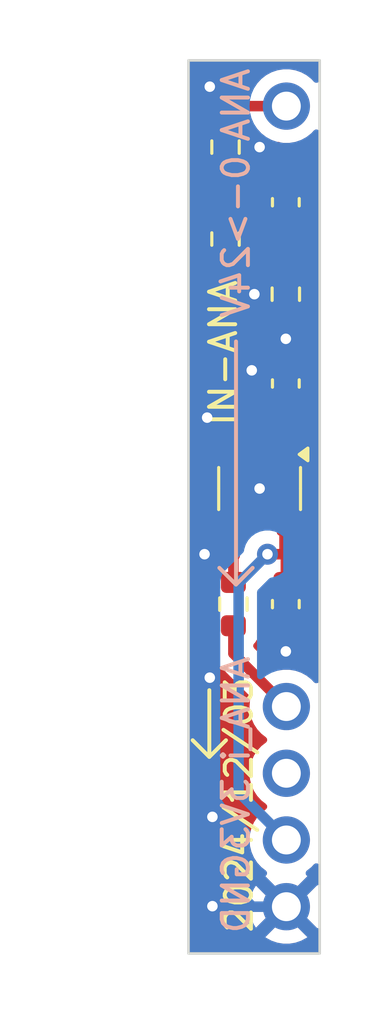
<source format=kicad_pcb>
(kicad_pcb (version 20240108) (generator "pcbnew") (generator_version "8.0")
  (layers (0 "F.Cu" signal) (31 "B.Cu" signal) (34 "B.Paste" user) (35 "F.Paste" user) (36 "B.SilkS" user "B.Silkscreen") (37 "F.SilkS" user "F.Silkscreen") (38 "B.Mask" user) (39 "F.Mask" user) (44 "Edge.Cuts" user))
  (net 0 "")
  (net 1 "/GND")
  (net 2 "/3V3")
  (net 3 "Net-(C1-Pad1)")
  (net 4 "Net-(U1-+)")
  (net 5 "Net-(U1--)")
  (net 7 "/ANA")
  (net 8 "/ANA_i")
  (footprint "Capacitor_SMD:C_0603_1608Metric" (layer "F.Cu") (at 248.9 76.6 90)
    (property "Reference" "C5" (hide yes))
    (property "Value" "1nF 50V X7R")
    (fp_line (start -0.14058 -0.51) (end 0.14058 -0.51) (stroke (width 0.12)) (layer "F.SilkS"))
    (fp_line (start -0.14058 0.51) (end 0.14058 0.51) (stroke (width 0.12)) (layer "F.SilkS"))
    (pad "1" smd roundrect (at -0.775 0 90) (size 0.9 0.95) (layers "F.Cu" "F.Paste" "F.Mask") (net 4 "Net-(U1-+)"))
    (pad "2" smd roundrect (at 0.775 0 90) (size 0.9 0.95) (layers "F.Cu" "F.Paste" "F.Mask") (net 1 "/GND"))
  )
  (footprint "Capacitor_SMD:C_0603_1608Metric" (layer "F.Cu") (at 248.9 85 -90)
    (property "Reference" "C9" (hide yes))
    (property "Value" "100nF 50V X7R")
    (fp_line (start -0.14058 0.51) (end 0.14058 0.51) (stroke (width 0.12)) (layer "F.SilkS"))
    (fp_line (start -0.14058 -0.51) (end 0.14058 -0.51) (stroke (width 0.12)) (layer "F.SilkS"))
    (pad "1" smd roundrect (at -0.775 0 270) (size 0.9 0.95) (layers "F.Cu" "F.Paste" "F.Mask") (net 2 "/3V3"))
    (pad "2" smd roundrect (at 0.775 0 270) (size 0.9 0.95) (layers "F.Cu" "F.Paste" "F.Mask") (net 1 "/GND"))
  )
  (footprint "Resistor_SMD:R_0603_1608Metric" (layer "F.Cu") (at 246.9 85 -90)
    (property "Reference" "R13" (hide yes))
    (property "Value" "1k")
    (fp_line (start -0.237258 0.5225) (end 0.237258 0.5225) (stroke (width 0.12)) (layer "F.SilkS"))
    (fp_line (start -0.237258 -0.5225) (end 0.237258 -0.5225) (stroke (width 0.12)) (layer "F.SilkS"))
    (pad "1" smd roundrect (at -0.825 0 270) (size 0.8 0.95) (layers "F.Cu" "F.Paste" "F.Mask") (net 5 "Net-(U1--)"))
    (pad "2" smd roundrect (at 0.825 0 270) (size 0.8 0.95) (layers "F.Cu" "F.Paste" "F.Mask") (net 8 "/ANA_i"))
  )
  (footprint "Chimere_comps:Pastille" (layer "F.Cu") (at 248.92 88.9)
    (property "Reference" "TP2" (hide yes))
    (property "Value" "TestPoint" (hide yes))
    (pad "1" thru_hole circle (at 0 0) (size 1.8 1.8) (drill 1.1) (layers "*.Cu" "*.Mask") (net 8 "/ANA_i"))
  )
  (footprint "Resistor_SMD:R_0603_1608Metric" (layer "F.Cu") (at 246.6 71.1 -90)
    (property "Reference" "R9" (hide yes))
    (property "Value" "1k")
    (fp_line (start -0.237258 0.5225) (end 0.237258 0.5225) (stroke (width 0.12)) (layer "F.SilkS"))
    (fp_line (start -0.237258 -0.5225) (end 0.237258 -0.5225) (stroke (width 0.12)) (layer "F.SilkS"))
    (pad "1" smd roundrect (at -0.825 0 270) (size 0.8 0.95) (layers "F.Cu" "F.Paste" "F.Mask") (net 3 "Net-(C1-Pad1)"))
    (pad "2" smd roundrect (at 0.825 0 270) (size 0.8 0.95) (layers "F.Cu" "F.Paste" "F.Mask") (net 4 "Net-(U1-+)"))
  )
  (footprint "Chimere_comps:Pastille" (layer "F.Cu") (at 248.92 66.04)
    (property "Reference" "TP1" (hide yes))
    (property "Value" "TestPoint" (hide yes))
    (pad "1" thru_hole circle (at 0 0) (size 1.8 1.8) (drill 1.1) (layers "*.Cu" "*.Mask") (net 7 "/ANA"))
  )
  (footprint "Resistor_SMD:R_0603_1608Metric" (layer "F.Cu") (at 248.9 73.2 90)
    (property "Reference" "R2" (hide yes))
    (property "Value" "1k5")
    (fp_line (start -0.237258 -0.5225) (end 0.237258 -0.5225) (stroke (width 0.12)) (layer "F.SilkS"))
    (fp_line (start -0.237258 0.5225) (end 0.237258 0.5225) (stroke (width 0.12)) (layer "F.SilkS"))
    (pad "1" smd roundrect (at -0.825 0 90) (size 0.8 0.95) (layers "F.Cu" "F.Paste" "F.Mask") (net 1 "/GND"))
    (pad "2" smd roundrect (at 0.825 0 90) (size 0.8 0.95) (layers "F.Cu" "F.Paste" "F.Mask") (net 3 "Net-(C1-Pad1)"))
  )
  (footprint "Package_TO_SOT_SMD:SOT-23-5" (layer "F.Cu") (at 247.9 80.6 -90)
    (property "Reference" "U1" (hide yes))
    (property "Value" "LMV321")
    (fp_line (start 0 1.56) (end -0.8 1.56) (stroke (width 0.12)) (layer "F.SilkS"))
    (fp_line (start 0 1.56) (end 0.8 1.56) (stroke (width 0.12)) (layer "F.SilkS"))
    (fp_line (start 0 -1.56) (end -0.8 -1.56) (stroke (width 0.12)) (layer "F.SilkS"))
    (fp_line (start 0 -1.56) (end 0.8 -1.56) (stroke (width 0.12)) (layer "F.SilkS"))
    (fp_poly (pts (xy -1.3 -1.51) (xy -1.54 -1.84) (xy -1.06 -1.84) (xy -1.3 -1.51)) (stroke (width 0.12)) (fill solid) (layer "F.SilkS"))
    (pad "1" smd roundrect (at -1.1375 -0.95 270) (size 1.325 0.6) (layers "F.Cu" "F.Paste" "F.Mask") (net 4 "Net-(U1-+)"))
    (pad "2" smd roundrect (at -1.1375 0 270) (size 1.325 0.6) (layers "F.Cu" "F.Paste" "F.Mask") (net 1 "/GND"))
    (pad "3" smd roundrect (at -1.1375 0.95 270) (size 1.325 0.6) (layers "F.Cu" "F.Paste" "F.Mask") (net 5 "Net-(U1--)"))
    (pad "4" smd roundrect (at 1.1375 0.95 270) (size 1.325 0.6) (layers "F.Cu" "F.Paste" "F.Mask") (net 5 "Net-(U1--)"))
    (pad "5" smd roundrect (at 1.1375 -0.95 270) (size 1.325 0.6) (layers "F.Cu" "F.Paste" "F.Mask") (net 2 "/3V3"))
  )
  (footprint "Capacitor_SMD:C_0603_1608Metric" (layer "F.Cu") (at 248.9 69.7 90)
    (property "Reference" "C1" (hide yes))
    (property "Value" "100nF 50V X7R")
    (fp_line (start -0.14058 -0.51) (end 0.14058 -0.51) (stroke (width 0.12)) (layer "F.SilkS"))
    (fp_line (start -0.14058 0.51) (end 0.14058 0.51) (stroke (width 0.12)) (layer "F.SilkS"))
    (pad "1" smd roundrect (at -0.775 0 90) (size 0.9 0.95) (layers "F.Cu" "F.Paste" "F.Mask") (net 3 "Net-(C1-Pad1)"))
    (pad "2" smd roundrect (at 0.775 0 90) (size 0.9 0.95) (layers "F.Cu" "F.Paste" "F.Mask") (net 1 "/GND"))
  )
  (footprint "Resistor_SMD:R_0603_1608Metric" (layer "F.Cu") (at 246.6 67.6 90)
    (property "Reference" "R1" (hide yes))
    (property "Value" "10k")
    (fp_line (start -0.237258 -0.5225) (end 0.237258 -0.5225) (stroke (width 0.12)) (layer "F.SilkS"))
    (fp_line (start -0.237258 0.5225) (end 0.237258 0.5225) (stroke (width 0.12)) (layer "F.SilkS"))
    (pad "1" smd roundrect (at -0.825 0 90) (size 0.8 0.95) (layers "F.Cu" "F.Paste" "F.Mask") (net 3 "Net-(C1-Pad1)"))
    (pad "2" smd roundrect (at 0.825 0 90) (size 0.8 0.95) (layers "F.Cu" "F.Paste" "F.Mask") (net 7 "/ANA"))
  )
  (footprint "Chimere_comps:Pastille" (layer "F.Cu") (at 248.92 91.44)
    (property "Reference" "TP5" (hide yes))
    (property "Value" "TestPoint" (hide yes))
    (pad "1" thru_hole circle (at 0 0) (size 1.8 1.8) (drill 1.1) (layers "*.Cu" "*.Mask"))
  )
  (footprint "Chimere_comps:Pastille" (layer "F.Cu") (at 248.92 93.98)
    (property "Reference" "TP3" (hide yes))
    (property "Value" "TestPoint" (hide yes))
    (pad "1" thru_hole circle (at 0 0) (size 1.8 1.8) (drill 1.1) (layers "*.Cu" "*.Mask") (net 2 "/3V3"))
  )
  (footprint "Chimere_comps:Pastille" (layer "F.Cu") (at 248.92 96.52)
    (property "Reference" "TP4" (hide yes))
    (property "Value" "TestPoint" (hide yes))
    (pad "1" thru_hole circle (at 0 0) (size 1.8 1.8) (drill 1.1) (layers "*.Cu" "*.Mask") (net 1 "/GND"))
  )
  (gr_line (start 247 75) (end 247 84.255) (stroke (width 0.15)) (layer "B.SilkS"))
  (gr_line (start 247.635 83.62) (end 247 84.255) (stroke (width 0.15)) (layer "B.SilkS"))
  (gr_line (start 246.365 83.62) (end 247 84.255) (stroke (width 0.15)) (layer "B.SilkS"))
  (gr_line (start 245.9825 88.2775) (end 245.9825 90.8175) (stroke (width 0.15)) (layer "F.SilkS"))
  (gr_line (start 245.9825 90.8175) (end 246.6175 90.1825) (stroke (width 0.15)) (layer "F.SilkS"))
  (gr_line (start 245.3475 90.1825) (end 245.9825 90.8175) (stroke (width 0.15)) (layer "F.SilkS"))
  (gr_line (start 250.19 64.3) (end 245.19 64.3) (stroke (width 0.1)) (layer "Edge.Cuts"))
  (gr_line (start 250.19 98.3) (end 250.19 64.3) (stroke (width 0.1)) (layer "Edge.Cuts"))
  (gr_line (start 250.19 98.3) (end 245.19 98.3) (stroke (width 0.1)) (layer "Edge.Cuts"))
  (gr_line (start 245.19 98.3) (end 245.19 64.3) (stroke (width 0.1)) (layer "Edge.Cuts"))
  (gr_text "ANA" (at 247 66 90) (layer "B.SilkS") (effects (font (size 1 1)) (justify mirror)))
  (gr_text "ANA_i" (at 247 89 90) (layer "B.SilkS") (effects (font (size 1 1)) (justify mirror)))
  (gr_text "GND" (at 247 96 90) (layer "B.SilkS") (effects (font (size 1 1)) (justify mirror)))
  (gr_text "3V3" (at 247 93 90) (layer "B.SilkS") (effects (font (size 1 1)) (justify mirror)))
  (gr_text "0->24V" (at 247 71 90) (layer "B.SilkS") (effects (font (size 1 1)) (justify mirror)))
  (gr_text "2024/12/03" (at 247.7 97.6 90) (layer "F.SilkS") (effects (font (size 1 1)) (justify left bottom)))
  (gr_text "IN-ANA" (at 247.1 78.3 90) (layer "F.SilkS") (effects (font (size 1 1)) (justify left bottom)))
  (segment (start 248.9 75.825) (end 248.9 74.025) (width 0.4) (layer "F.Cu") (net 1))
  (segment (start 248.9 86.8) (end 248.9 85.775) (width 0.4) (layer "F.Cu") (net 1))
  (segment (start 248.9 67.9) (end 248.9 68.925) (width 0.4) (layer "F.Cu") (net 1))
  (segment (start 248.6 67.6) (end 248.9 67.9) (width 0.4) (layer "F.Cu") (net 1))
  (segment (start 247.9 67.6) (end 248.6 67.6) (width 0.4) (layer "F.Cu") (net 1))
  (segment (start 247.9 79.4625) (end 247.9 80.6) (width 0.4) (layer "F.Cu") (net 1))
  (via (at 246 65.3) (size 0.8) (drill 0.4) (layers "F.Cu" "B.Cu") (net 1))
  (via (at 247.7 73.2) (size 0.8) (drill 0.4) (layers "F.Cu" "B.Cu") (net 1))
  (via (at 248.9 74.9) (size 0.8) (drill 0.4) (layers "F.Cu" "B.Cu") (net 1))
  (via (at 246.1 93.1) (size 0.8) (drill 0.4) (layers "F.Cu" "B.Cu") (net 1))
  (via (at 246.1 96.5) (size 0.8) (drill 0.4) (layers "F.Cu" "B.Cu") (net 1))
  (via (at 246 87.8) (size 0.8) (drill 0.4) (layers "F.Cu" "B.Cu") (net 1))
  (via (at 245.8 83.1) (size 0.8) (drill 0.4) (layers "F.Cu" "B.Cu") (net 1))
  (via (at 245.9 77.9) (size 0.8) (drill 0.4) (layers "F.Cu" "B.Cu") (net 1))
  (via (at 247.9 80.6) (size 0.8) (drill 0.4) (layers "F.Cu" "B.Cu") (net 1))
  (via (at 247.9 67.6) (size 0.8) (drill 0.4) (layers "F.Cu" "B.Cu") (net 1))
  (via (at 248.9 86.8) (size 0.8) (drill 0.4) (layers "F.Cu" "B.Cu") (net 1))
  (via (at 247.6 76.1) (size 0.8) (drill 0.4) (layers "F.Cu" "B.Cu") (net 1))
  (segment (start 247.9 75.9) (end 248.9 74.9) (width 0.4) (layer "B.Cu") (net 1))
  (segment (start 247.9 80.6) (end 246.8 80.6) (width 0.4) (layer "B.Cu") (net 1))
  (segment (start 246.8 80.6) (end 245.8 81.6) (width 0.4) (layer "B.Cu") (net 1))
  (segment (start 249 86.7) (end 248.9 86.8) (width 0.4) (layer "B.Cu") (net 1))
  (segment (start 247.9 80.6) (end 249 81.7) (width 0.4) (layer "B.Cu") (net 1))
  (segment (start 249 81.7) (end 249 86.7) (width 0.4) (layer "B.Cu") (net 1))
  (segment (start 247.9 67.6) (end 247.9 73.9) (width 0.4) (layer "B.Cu") (net 1))
  (segment (start 247.9 73.9) (end 248.9 74.9) (width 0.4) (layer "B.Cu") (net 1))
  (segment (start 245.8 81.6) (end 245.8 94.7) (width 0.4) (layer "B.Cu") (net 1))
  (segment (start 247.62 96.52) (end 248.92 96.52) (width 0.4) (layer "B.Cu") (net 1))
  (segment (start 247.9 80.6) (end 247.9 75.9) (width 0.4) (layer "B.Cu") (net 1))
  (segment (start 245.8 94.7) (end 247.62 96.52) (width 0.4) (layer "B.Cu") (net 1))
  (segment (start 248.85 83.05) (end 248.9 83.1) (width 0.4) (layer "F.Cu") (net 2))
  (segment (start 248.9 84.225) (end 248.9 83.1) (width 0.4) (layer "F.Cu") (net 2))
  (segment (start 248.2 83.1) (end 248.9 83.1) (width 0.4) (layer "F.Cu") (net 2))
  (segment (start 248.85 81.7375) (end 248.85 83.05) (width 0.4) (layer "F.Cu") (net 2))
  (via (at 248.2 83.1) (size 0.8) (drill 0.4) (layers "F.Cu" "B.Cu") (net 2))
  (segment (start 247.1 92.16) (end 247.1 84.2) (width 0.4) (layer "B.Cu") (net 2))
  (segment (start 247.1 84.2) (end 248.2 83.1) (width 0.4) (layer "B.Cu") (net 2))
  (segment (start 248.92 93.98) (end 247.1 92.16) (width 0.4) (layer "B.Cu") (net 2))
  (segment (start 246.6 69.3) (end 246.6 68.425) (width 0.4) (layer "F.Cu") (net 3))
  (segment (start 248 71.4) (end 247.8 71.2) (width 0.4) (layer "F.Cu") (net 3))
  (segment (start 248.9 72.375) (end 248.9 71.4) (width 0.4) (layer "F.Cu") (net 3))
  (segment (start 247.4 69.3) (end 246.6 69.3) (width 0.4) (layer "F.Cu") (net 3))
  (segment (start 246.6 70.275) (end 246.6 69.3) (width 0.4) (layer "F.Cu") (net 3))
  (segment (start 248.9 71.4) (end 248 71.4) (width 0.4) (layer "F.Cu") (net 3))
  (segment (start 248.9 71.4) (end 248.9 70.475) (width 0.4) (layer "F.Cu") (net 3))
  (segment (start 247.8 69.7) (end 247.4 69.3) (width 0.4) (layer "F.Cu") (net 3))
  (segment (start 247.8 71.2) (end 247.8 69.7) (width 0.4) (layer "F.Cu") (net 3))
  (segment (start 246.6 76.7) (end 246.6 71.925) (width 0.4) (layer "F.Cu") (net 4))
  (segment (start 248.85 78.3) (end 248.85 77.425) (width 0.4) (layer "F.Cu") (net 4))
  (segment (start 248.85 79.4625) (end 248.85 78.3) (width 0.4) (layer "F.Cu") (net 4))
  (segment (start 248.85 77.425) (end 248.9 77.375) (width 0.4) (layer "F.Cu") (net 4))
  (segment (start 248.2 78.3) (end 246.6 76.7) (width 0.4) (layer "F.Cu") (net 4))
  (segment (start 248.85 78.3) (end 248.2 78.3) (width 0.4) (layer "F.Cu") (net 4))
  (segment (start 246.95 79.4625) (end 246.95 81.7375) (width 0.4) (layer "F.Cu") (net 5))
  (segment (start 246.9 83.2) (end 246.9 84.175) (width 0.4) (layer "F.Cu") (net 5))
  (segment (start 246.95 83.15) (end 246.9 83.2) (width 0.4) (layer "F.Cu") (net 5))
  (segment (start 246.95 81.7375) (end 246.95 83.15) (width 0.4) (layer "F.Cu") (net 5))
  (segment (start 246.6 66.3) (end 246.6 66.775) (width 0.4) (layer "F.Cu") (net 7))
  (segment (start 248.92 66.04) (end 246.86 66.04) (width 0.4) (layer "F.Cu") (net 7))
  (segment (start 246.86 66.04) (end 246.6 66.3) (width 0.4) (layer "F.Cu") (net 7))
  (segment (start 248.92 88.9) (end 246.9 86.88) (width 0.4) (layer "F.Cu") (net 8))
  (segment (start 246.9 86.88) (end 246.9 85.825) (width 0.4) (layer "F.Cu") (net 8))
  (zone (net 1) (net_name "/GND") (layers "F&B.Cu") (connect_pads (clearance 0.5)) (min_thickness 0.254) (fill yes (thermal_gap 0.508) (thermal_bridge_width 0.508))
    (polygon (pts (xy 252 101) (xy 238 101) (xy 238 62) (xy 252 62)))
  )
)
</source>
